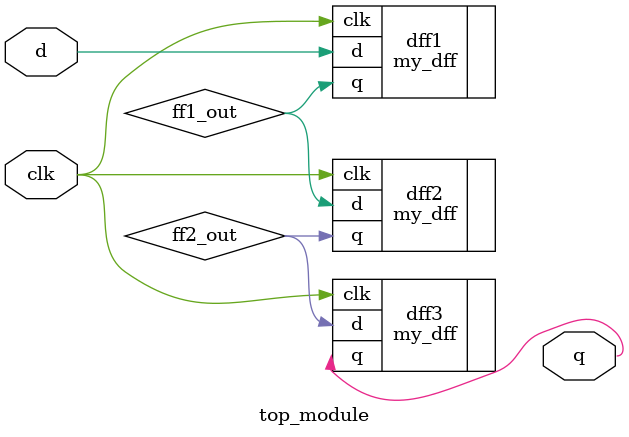
<source format=v>
module top_module ( input clk, input d, output q );
    wire ff1_out;
    wire ff2_out;

    my_dff dff1 ( .clk(clk), .d(d), .q(ff1_out));
    my_dff dff2 ( .clk(clk), .d(ff1_out), .q(ff2_out));
    my_dff dff3 ( .clk(clk), .d(ff2_out), .q(q));

endmodule

</source>
